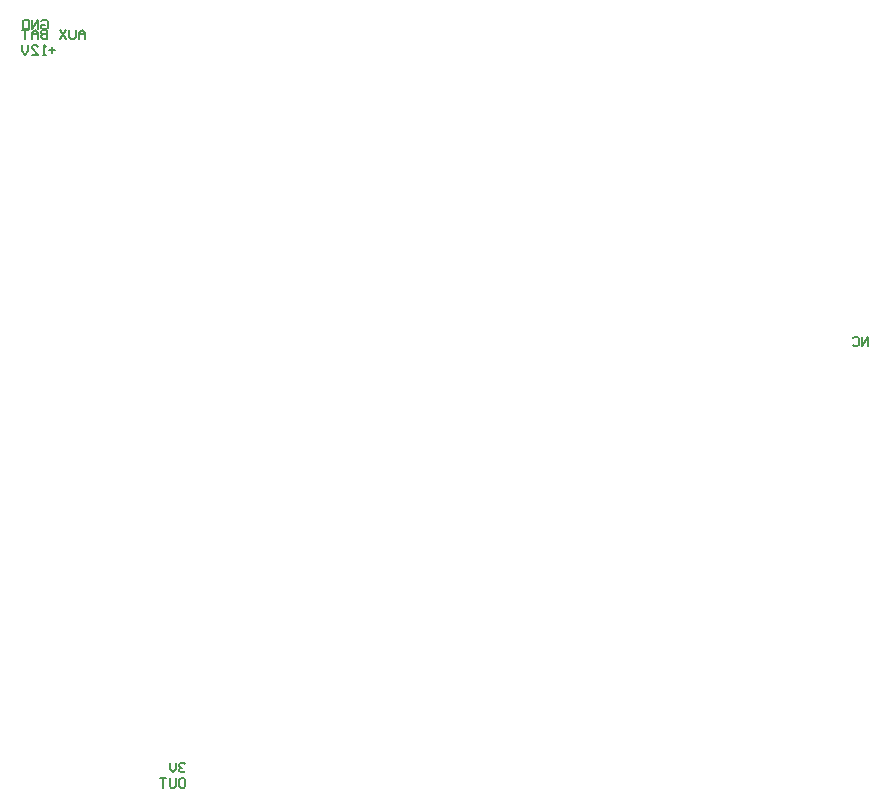
<source format=gbo>
G04*
G04 #@! TF.GenerationSoftware,Altium Limited,Altium Designer,18.1.6 (161)*
G04*
G04 Layer_Color=32896*
%FSLAX25Y25*%
%MOIN*%
G70*
G01*
G75*
%ADD16C,0.00591*%
D16*
X74295Y26076D02*
X73770Y26601D01*
X72720D01*
X72196Y26076D01*
Y25551D01*
X72720Y25027D01*
X73245D01*
X72720D01*
X72196Y24502D01*
Y23977D01*
X72720Y23452D01*
X73770D01*
X74295Y23977D01*
X71146Y26601D02*
Y24502D01*
X70096Y23452D01*
X69047Y24502D01*
Y26601D01*
X72720Y21405D02*
X73770D01*
X74295Y20880D01*
Y18781D01*
X73770Y18257D01*
X72720D01*
X72196Y18781D01*
Y20880D01*
X72720Y21405D01*
X71146D02*
Y18781D01*
X70621Y18257D01*
X69572D01*
X69047Y18781D01*
Y21405D01*
X67997D02*
X65898D01*
X66948D01*
Y18257D01*
X40895Y267867D02*
Y269966D01*
X39846Y271016D01*
X38796Y269966D01*
Y267867D01*
Y269441D01*
X40895D01*
X37747Y271016D02*
Y268392D01*
X37222Y267867D01*
X36172D01*
X35648Y268392D01*
Y271016D01*
X34598D02*
X32499Y267867D01*
Y271016D02*
X34598Y267867D01*
X28301Y271016D02*
Y267867D01*
X26727D01*
X26202Y268392D01*
Y268917D01*
X26727Y269441D01*
X28301D01*
X26727D01*
X26202Y269966D01*
Y270491D01*
X26727Y271016D01*
X28301D01*
X25152Y267867D02*
Y269966D01*
X24103Y271016D01*
X23053Y269966D01*
Y267867D01*
Y269441D01*
X25152D01*
X22004Y271016D02*
X19905D01*
X20954D01*
Y267867D01*
X30925Y264246D02*
X28826D01*
X29875Y265295D02*
Y263196D01*
X27776Y262671D02*
X26727D01*
X27251D01*
Y265820D01*
X27776Y265295D01*
X23053Y262671D02*
X25152D01*
X23053Y264771D01*
Y265295D01*
X23578Y265820D01*
X24628D01*
X25152Y265295D01*
X22004Y265820D02*
Y263721D01*
X20954Y262671D01*
X19905Y263721D01*
Y265820D01*
X26359Y273746D02*
X26884Y274271D01*
X27934D01*
X28458Y273746D01*
Y271647D01*
X27934Y271122D01*
X26884D01*
X26359Y271647D01*
Y272697D01*
X27409D01*
X25310Y271122D02*
Y274271D01*
X23211Y271122D01*
Y274271D01*
X22161D02*
Y271122D01*
X20587D01*
X20062Y271647D01*
Y273746D01*
X20587Y274271D01*
X22161D01*
X302036Y165479D02*
Y168627D01*
X299937Y165479D01*
Y168627D01*
X296788Y168103D02*
X297313Y168627D01*
X298362D01*
X298887Y168103D01*
Y166004D01*
X298362Y165479D01*
X297313D01*
X296788Y166004D01*
M02*

</source>
